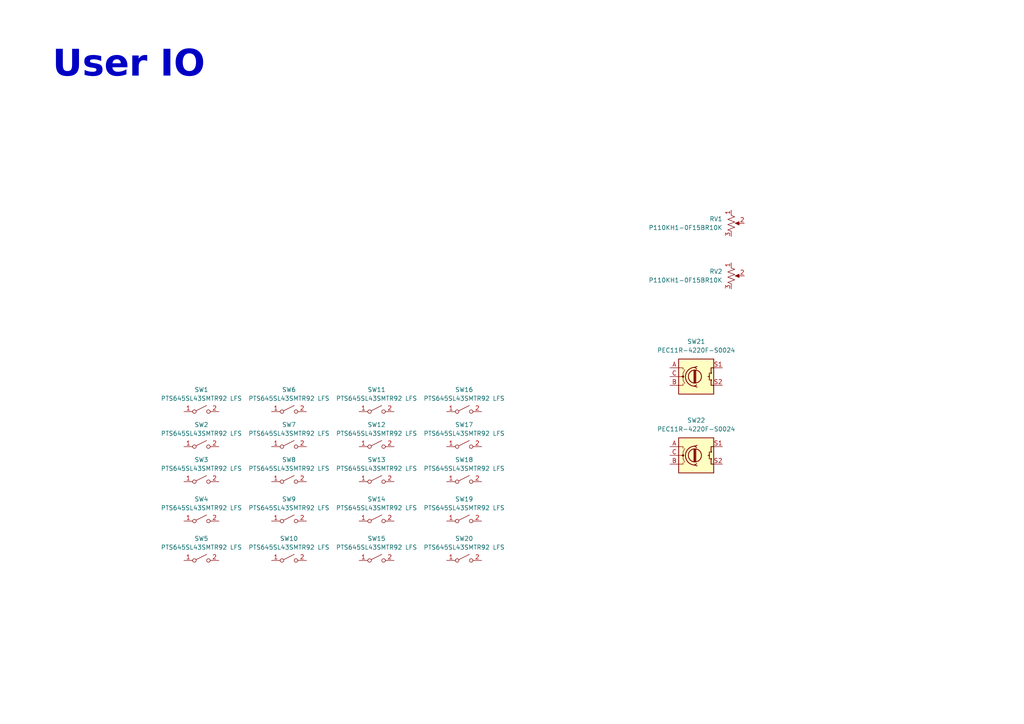
<source format=kicad_sch>
(kicad_sch (version 20230121) (generator eeschema)
  (paper "A4")
  (lib_symbols
    (symbol "Device:R_Potentiometer_US" (pin_names (offset 1.016) hide)
      (property "Reference" "RV" (at -4.445 0 90))
      (property "Value" "R_Potentiometer_US" (at -2.54 0 90))
      (symbol "R_Potentiometer_US_0_1"
        (polyline (pts (xy 0 -2.286) (xy 0 -2.54)))
        (polyline (pts (xy 0 2.54) (xy 0 2.286)))
        (polyline (pts (xy 2.54 0) (xy 1.524 0)))
        (polyline (pts (xy 1.143 0) (xy 2.286 0.508) (xy 2.286 -0.508) (xy 1.143 0)) (fill (type outline)))
        (polyline (pts (xy 0 -0.762) (xy 1.016 -1.143) (xy 0 -1.524) (xy -1.016 -1.905) (xy 0 -2.286)))
        (polyline (pts (xy 0 0.762) (xy 1.016 0.381) (xy 0 0) (xy -1.016 -0.381) (xy 0 -0.762)))
        (polyline (pts (xy 0 2.286) (xy 1.016 1.905) (xy 0 1.524) (xy -1.016 1.143) (xy 0 0.762)))
      )
      (symbol "R_Potentiometer_US_1_1"
        (pin passive line (at 0 3.81 270) (length 1.27) (name "1") (number "1"))
        (pin passive line (at 3.81 0 180) (length 1.27) (name "2") (number "2"))
        (pin passive line (at 0 -3.81 90) (length 1.27) (name "3") (number "3"))
      )
    )
    (symbol "Device:RotaryEncoder_Switch" (pin_names (offset 0.254) hide)
      (property "Reference" "SW" (at 0 6.604 0))
      (property "Value" "RotaryEncoder_Switch" (at 0 -6.604 0))
      (symbol "RotaryEncoder_Switch_0_1"
        (rectangle (start -5.08 5.08) (end 5.08 -5.08) (stroke (width 0.254)) (fill (type background)))
        (circle (center -3.81 0) (radius 0.254) (fill (type outline)))
        (circle (center -0.381 0) (radius 1.905) (stroke (width 0.254)))
        (arc (start -0.381 2.667) (mid -3.0988 -0.0635) (end -0.381 -2.794) (stroke (width 0.254)))
        (polyline (pts (xy -0.635 -1.778) (xy -0.635 1.778)) (stroke (width 0.254)))
        (polyline (pts (xy -0.381 -1.778) (xy -0.381 1.778)) (stroke (width 0.254)))
        (polyline (pts (xy -0.127 1.778) (xy -0.127 -1.778)) (stroke (width 0.254)))
        (polyline (pts (xy 3.81 0) (xy 3.429 0)) (stroke (width 0.254)))
        (polyline (pts (xy 3.81 1.016) (xy 3.81 -1.016)) (stroke (width 0.254)))
        (polyline (pts (xy -5.08 -2.54) (xy -3.81 -2.54) (xy -3.81 -2.032)))
        (polyline (pts (xy -5.08 2.54) (xy -3.81 2.54) (xy -3.81 2.032)))
        (polyline (pts (xy 0.254 -3.048) (xy -0.508 -2.794) (xy 0.127 -2.413)) (stroke (width 0.254)))
        (polyline (pts (xy 0.254 2.921) (xy -0.508 2.667) (xy 0.127 2.286)) (stroke (width 0.254)))
        (polyline (pts (xy 5.08 -2.54) (xy 4.318 -2.54) (xy 4.318 -1.016)) (stroke (width 0.254)))
        (polyline (pts (xy 5.08 2.54) (xy 4.318 2.54) (xy 4.318 1.016)) (stroke (width 0.254)))
        (polyline (pts (xy -5.08 0) (xy -3.81 0) (xy -3.81 -1.016) (xy -3.302 -2.032)))
        (polyline (pts (xy -4.318 0) (xy -3.81 0) (xy -3.81 1.016) (xy -3.302 2.032)))
        (circle (center 4.318 -1.016) (radius 0.127) (stroke (width 0.254)))
        (circle (center 4.318 1.016) (radius 0.127) (stroke (width 0.254)))
      )
      (symbol "RotaryEncoder_Switch_1_1"
        (pin passive line (at -7.62 2.54 0) (length 2.54) (name "A") (number "A"))
        (pin passive line (at -7.62 -2.54 0) (length 2.54) (name "B") (number "B"))
        (pin passive line (at -7.62 0 0) (length 2.54) (name "C") (number "C"))
        (pin passive line (at 7.62 2.54 180) (length 2.54) (name "S1") (number "S1"))
        (pin passive line (at 7.62 -2.54 180) (length 2.54) (name "S2") (number "S2"))
      )
    )
    (symbol "Switch:SW_SPST" (pin_names (offset 0) hide)
      (property "Reference" "SW" (at 0 3.175 0))
      (property "Value" "SW_SPST" (at 0 -2.54 0))
      (symbol "SW_SPST_0_0"
        (circle (center -2.032 0) (radius 0.508))
        (polyline (pts (xy -1.524 0.254) (xy 1.524 1.778)))
        (circle (center 2.032 0) (radius 0.508))
      )
      (symbol "SW_SPST_1_1"
        (pin passive line (at -5.08 0 0) (length 2.54) (name "A") (number "1"))
        (pin passive line (at 5.08 0 180) (length 2.54) (name "B") (number "2"))
      )
    )
  )
  (text "User IO" (at 15.24 25.4 0) (effects (font (size 7.62 7.62) (thickness 1.524) bold) (justify left bottom)))
  (symbol (lib_id "Switch:SW_SPST") (at 109.22 129.54 0) (unit 1)
    (property "Reference" "SW12" (at 109.22 123.19 0))
    (property "Value" "PTS645SL43SMTR92 LFS" (at 109.22 125.73 0))
    (property "Datasheet" "https://www.digikey.com/en/products/detail/c-k/PTS645SL43SMTR92-LFS/3861373" (effects hide))
  )
  (symbol (lib_id "Switch:SW_SPST") (at 83.82 119.38 0) (unit 1)
    (property "Reference" "SW6" (at 83.82 113.03 0))
    (property "Value" "PTS645SL43SMTR92 LFS" (at 83.82 115.57 0))
    (property "Datasheet" "https://www.digikey.com/en/products/detail/c-k/PTS645SL43SMTR92-LFS/3861373" (effects hide))
  )
  (symbol (lib_id "Device:RotaryEncoder_Switch") (at 201.93 109.22 0) (unit 1)
    (property "Reference" "SW21" (at 201.93 99.06 0))
    (property "Value" "PEC11R-4220F-S0024" (at 201.93 101.6 0))
    (property "Datasheet" "https://www.digikey.com/en/products/detail/bourns-inc/PEC11R-4220F-S0024/4499660" (effects hide))
  )
  (symbol (lib_id "Switch:SW_SPST") (at 109.22 139.7 0) (unit 1)
    (property "Reference" "SW13" (at 109.22 133.35 0))
    (property "Value" "PTS645SL43SMTR92 LFS" (at 109.22 135.89 0))
    (property "Datasheet" "https://www.digikey.com/en/products/detail/c-k/PTS645SL43SMTR92-LFS/3861373" (effects hide))
  )
  (symbol (lib_id "Switch:SW_SPST") (at 134.62 162.56 0) (unit 1)
    (property "Reference" "SW20" (at 134.62 156.21 0))
    (property "Value" "PTS645SL43SMTR92 LFS" (at 134.62 158.75 0))
    (property "Datasheet" "https://www.digikey.com/en/products/detail/c-k/PTS645SL43SMTR92-LFS/3861373" (effects hide))
  )
  (symbol (lib_id "Device:R_Potentiometer_US") (at 212.09 80.01 0) (unit 1)
    (property "Reference" "RV2" (at 209.55 78.74 0) (effects (justify right)))
    (property "Value" "P110KH1-0F15BR10K" (at 209.55 81.28 0) (effects (justify right)))
    (property "Datasheet" "https://www.digikey.com/en/products/detail/tt-electronics-bi/P110KH1-0F15BR10K/2408866" (effects hide))
  )
  (symbol (lib_id "Switch:SW_SPST") (at 58.42 129.54 0) (unit 1)
    (property "Reference" "SW2" (at 58.42 123.19 0))
    (property "Value" "PTS645SL43SMTR92 LFS" (at 58.42 125.73 0))
    (property "Datasheet" "https://www.digikey.com/en/products/detail/c-k/PTS645SL43SMTR92-LFS/3861373" (effects hide))
  )
  (symbol (lib_id "Switch:SW_SPST") (at 134.62 129.54 0) (unit 1)
    (property "Reference" "SW17" (at 134.62 123.19 0))
    (property "Value" "PTS645SL43SMTR92 LFS" (at 134.62 125.73 0))
    (property "Datasheet" "https://www.digikey.com/en/products/detail/c-k/PTS645SL43SMTR92-LFS/3861373" (effects hide))
  )
  (symbol (lib_id "Switch:SW_SPST") (at 83.82 151.13 0) (unit 1)
    (property "Reference" "SW9" (at 83.82 144.78 0))
    (property "Value" "PTS645SL43SMTR92 LFS" (at 83.82 147.32 0))
    (property "Datasheet" "https://www.digikey.com/en/products/detail/c-k/PTS645SL43SMTR92-LFS/3861373" (effects hide))
  )
  (symbol (lib_id "Switch:SW_SPST") (at 83.82 162.56 0) (unit 1)
    (property "Reference" "SW10" (at 83.82 156.21 0))
    (property "Value" "PTS645SL43SMTR92 LFS" (at 83.82 158.75 0))
    (property "Datasheet" "https://www.digikey.com/en/products/detail/c-k/PTS645SL43SMTR92-LFS/3861373" (effects hide))
  )
  (symbol (lib_id "Switch:SW_SPST") (at 109.22 162.56 0) (unit 1)
    (property "Reference" "SW15" (at 109.22 156.21 0))
    (property "Value" "PTS645SL43SMTR92 LFS" (at 109.22 158.75 0))
    (property "Datasheet" "https://www.digikey.com/en/products/detail/c-k/PTS645SL43SMTR92-LFS/3861373" (effects hide))
  )
  (symbol (lib_id "Switch:SW_SPST") (at 58.42 119.38 0) (unit 1)
    (property "Reference" "SW1" (at 58.42 113.03 0))
    (property "Value" "PTS645SL43SMTR92 LFS" (at 58.42 115.57 0))
    (property "Datasheet" "https://www.digikey.com/en/products/detail/c-k/PTS645SL43SMTR92-LFS/3861373" (effects hide))
  )
  (symbol (lib_id "Switch:SW_SPST") (at 134.62 139.7 0) (unit 1)
    (property "Reference" "SW18" (at 134.62 133.35 0))
    (property "Value" "PTS645SL43SMTR92 LFS" (at 134.62 135.89 0))
    (property "Datasheet" "https://www.digikey.com/en/products/detail/c-k/PTS645SL43SMTR92-LFS/3861373" (effects hide))
  )
  (symbol (lib_id "Switch:SW_SPST") (at 58.42 151.13 0) (unit 1)
    (property "Reference" "SW4" (at 58.42 144.78 0))
    (property "Value" "PTS645SL43SMTR92 LFS" (at 58.42 147.32 0))
    (property "Datasheet" "https://www.digikey.com/en/products/detail/c-k/PTS645SL43SMTR92-LFS/3861373" (effects hide))
  )
  (symbol (lib_id "Switch:SW_SPST") (at 58.42 139.7 0) (unit 1)
    (property "Reference" "SW3" (at 58.42 133.35 0))
    (property "Value" "PTS645SL43SMTR92 LFS" (at 58.42 135.89 0))
    (property "Datasheet" "https://www.digikey.com/en/products/detail/c-k/PTS645SL43SMTR92-LFS/3861373" (effects hide))
  )
  (symbol (lib_id "Switch:SW_SPST") (at 109.22 151.13 0) (unit 1)
    (property "Reference" "SW14" (at 109.22 144.78 0))
    (property "Value" "PTS645SL43SMTR92 LFS" (at 109.22 147.32 0))
    (property "Datasheet" "https://www.digikey.com/en/products/detail/c-k/PTS645SL43SMTR92-LFS/3861373" (effects hide))
  )
  (symbol (lib_id "Switch:SW_SPST") (at 134.62 119.38 0) (unit 1)
    (property "Reference" "SW16" (at 134.62 113.03 0))
    (property "Value" "PTS645SL43SMTR92 LFS" (at 134.62 115.57 0))
    (property "Datasheet" "https://www.digikey.com/en/products/detail/c-k/PTS645SL43SMTR92-LFS/3861373" (effects hide))
  )
  (symbol (lib_id "Switch:SW_SPST") (at 134.62 151.13 0) (unit 1)
    (property "Reference" "SW19" (at 134.62 144.78 0))
    (property "Value" "PTS645SL43SMTR92 LFS" (at 134.62 147.32 0))
    (property "Datasheet" "https://www.digikey.com/en/products/detail/c-k/PTS645SL43SMTR92-LFS/3861373" (effects hide))
  )
  (symbol (lib_id "Device:R_Potentiometer_US") (at 212.09 64.77 0) (unit 1)
    (property "Reference" "RV1" (at 209.55 63.5 0) (effects (justify right)))
    (property "Value" "P110KH1-0F15BR10K" (at 209.55 66.04 0) (effects (justify right)))
    (property "Datasheet" "https://www.digikey.com/en/products/detail/tt-electronics-bi/P110KH1-0F15BR10K/2408866" (effects hide))
  )
  (symbol (lib_id "Switch:SW_SPST") (at 83.82 129.54 0) (unit 1)
    (property "Reference" "SW7" (at 83.82 123.19 0))
    (property "Value" "PTS645SL43SMTR92 LFS" (at 83.82 125.73 0))
    (property "Datasheet" "https://www.digikey.com/en/products/detail/c-k/PTS645SL43SMTR92-LFS/3861373" (effects hide))
  )
  (symbol (lib_id "Device:RotaryEncoder_Switch") (at 201.93 132.08 0) (unit 1)
    (property "Reference" "SW22" (at 201.93 121.92 0))
    (property "Value" "PEC11R-4220F-S0024" (at 201.93 124.46 0))
    (property "Datasheet" "https://www.digikey.com/en/products/detail/bourns-inc/PEC11R-4220F-S0024/4499660" (effects hide))
  )
  (symbol (lib_id "Switch:SW_SPST") (at 109.22 119.38 0) (unit 1)
    (property "Reference" "SW11" (at 109.22 113.03 0))
    (property "Value" "PTS645SL43SMTR92 LFS" (at 109.22 115.57 0))
    (property "Datasheet" "https://www.digikey.com/en/products/detail/c-k/PTS645SL43SMTR92-LFS/3861373" (effects hide))
  )
  (symbol (lib_id "Switch:SW_SPST") (at 83.82 139.7 0) (unit 1)
    (property "Reference" "SW8" (at 83.82 133.35 0))
    (property "Value" "PTS645SL43SMTR92 LFS" (at 83.82 135.89 0))
    (property "Datasheet" "https://www.digikey.com/en/products/detail/c-k/PTS645SL43SMTR92-LFS/3861373" (effects hide))
  )
  (symbol (lib_id "Switch:SW_SPST") (at 58.42 162.56 0) (unit 1)
    (property "Reference" "SW5" (at 58.42 156.21 0))
    (property "Value" "PTS645SL43SMTR92 LFS" (at 58.42 158.75 0))
    (property "Datasheet" "https://www.digikey.com/en/products/detail/c-k/PTS645SL43SMTR92-LFS/3861373" (effects hide))
  )
)
</source>
